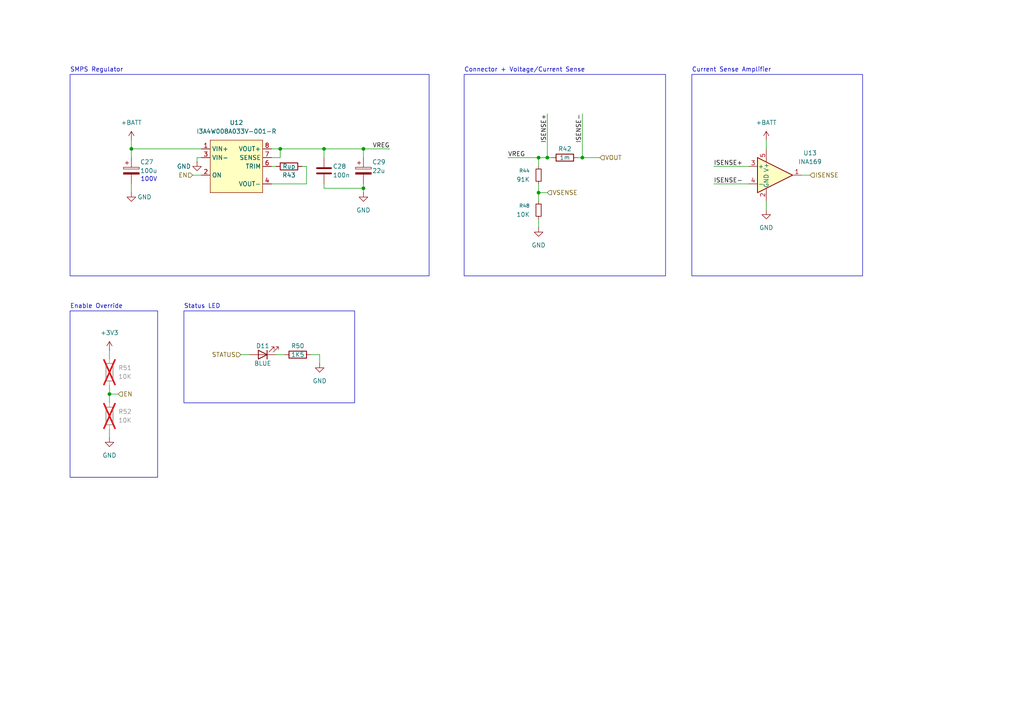
<source format=kicad_sch>
(kicad_sch (version 20250114) (generator "eeschema") (generator_version "9.0")
  (paper "A4")
  (lib_symbols
    (symbol "Amplifier_Current:INA169" (pin_names (offset 0.127))
      (property "Reference" "U" (at 3.81 5.08 0))
      (property "Value" "INA169" (at 3.81 2.54 0))
      (symbol "INA169_0_1"
        (polyline (pts (xy -5.08 5.08) (xy 5.08 0) (xy -5.08 -5.08) (xy -5.08 5.08)) (stroke (width 0.254)) (fill (type background)))
      )
      (symbol "INA169_1_1"
        (pin input line (at -7.62 2.54 0) (length 2.54) (name "+") (number "3"))
        (pin input line (at -7.62 -2.54 0) (length 2.54) (name "-") (number "4"))
        (pin power_in line (at -2.54 7.62 270) (length 3.81) (name "V+") (number "5"))
        (pin power_in line (at -2.54 -7.62 90) (length 3.81) (name "GND") (number "2"))
        (pin output line (at 7.62 0 180) (length 2.54) (name "~") (number "1"))
      )
    )
    (symbol "Device:C" (pin_numbers (hide yes)) (pin_names (offset 0.254))
      (property "Reference" "C" (at 0.635 2.54 0))
      (property "Value" "C" (at 0.635 -2.54 0))
      (symbol "C_0_1"
        (polyline (pts (xy -2.032 0.762) (xy 2.032 0.762)) (stroke (width 0.508)))
        (polyline (pts (xy -2.032 -0.762) (xy 2.032 -0.762)) (stroke (width 0.508)))
      )
      (symbol "C_1_1"
        (pin passive line (at 0 3.81 270) (length 2.794) (name "~") (number "1"))
        (pin passive line (at 0 -3.81 90) (length 2.794) (name "~") (number "2"))
      )
    )
    (symbol "Device:C_Polarized" (pin_numbers (hide yes)) (pin_names (offset 0.254))
      (property "Reference" "C" (at 0.635 2.54 0))
      (property "Value" "C_Polarized" (at 0.635 -2.54 0))
      (symbol "C_Polarized_0_1"
        (rectangle (start -2.286 0.508) (end 2.286 1.016))
        (polyline (pts (xy -1.778 2.286) (xy -0.762 2.286)))
        (polyline (pts (xy -1.27 2.794) (xy -1.27 1.778)))
        (rectangle (start 2.286 -0.508) (end -2.286 -1.016) (fill (type outline)))
      )
      (symbol "C_Polarized_1_1"
        (pin passive line (at 0 3.81 270) (length 2.794) (name "~") (number "1"))
        (pin passive line (at 0 -3.81 90) (length 2.794) (name "~") (number "2"))
      )
    )
    (symbol "Device:LED" (pin_numbers (hide yes)) (pin_names (offset 1.016) (hide yes))
      (property "Reference" "D" (at 0 2.54 0))
      (property "Value" "LED" (at 0 -2.54 0))
      (symbol "LED_0_1"
        (polyline (pts (xy -3.048 -0.762) (xy -4.572 -2.286) (xy -3.81 -2.286) (xy -4.572 -2.286) (xy -4.572 -1.524)))
        (polyline (pts (xy -1.778 -0.762) (xy -3.302 -2.286) (xy -2.54 -2.286) (xy -3.302 -2.286) (xy -3.302 -1.524)))
        (polyline (pts (xy -1.27 0) (xy 1.27 0)))
        (polyline (pts (xy -1.27 -1.27) (xy -1.27 1.27)) (stroke (width 0.254)))
        (polyline (pts (xy 1.27 -1.27) (xy 1.27 1.27) (xy -1.27 0) (xy 1.27 -1.27)) (stroke (width 0.254)))
      )
      (symbol "LED_1_1"
        (pin passive line (at -3.81 0 0) (length 2.54) (name "K") (number "1"))
        (pin passive line (at 3.81 0 180) (length 2.54) (name "A") (number "2"))
      )
    )
    (symbol "Device:R" (pin_numbers (hide yes)) (pin_names (offset 0))
      (property "Reference" "R" (at 2.032 0 90))
      (property "Value" "R" (at 0 0 90))
      (symbol "R_0_1"
        (rectangle (start -1.016 -2.54) (end 1.016 2.54) (stroke (width 0.254)))
      )
      (symbol "R_1_1"
        (pin passive line (at 0 3.81 270) (length 1.27) (name "~") (number "1"))
        (pin passive line (at 0 -3.81 90) (length 1.27) (name "~") (number "2"))
      )
    )
    (symbol "Device:R_Small" (pin_numbers (hide yes)) (pin_names (offset 0.254) (hide yes))
      (property "Reference" "R" (at 0 0 90))
      (property "Value" "R_Small" (at 1.778 0 90))
      (symbol "R_Small_0_1"
        (rectangle (start -0.762 1.778) (end 0.762 -1.778) (stroke (width 0.2032)))
      )
      (symbol "R_Small_1_1"
        (pin passive line (at 0 2.54 270) (length 0.762) (name "~") (number "1"))
        (pin passive line (at 0 -2.54 90) (length 0.762) (name "~") (number "2"))
      )
    )
    (symbol "Regulator_Switching_Extra:I3A4W008A033V"
      (property "Reference" "U" (at 0 10.414 0))
      (property "Value" "I3A4W008A033V" (at 0 8.636 0))
      (symbol "I3A4W008A033V_1_1"
        (rectangle (start -7.62 7.62) (end 7.62 -7.62) (fill (type background)))
        (pin power_in line (at -10.16 5.08 0) (length 2.54) (name "VIN+") (number "1"))
        (pin power_in line (at -10.16 2.54 0) (length 2.54) (name "VIN-") (number "3"))
        (pin input line (at -10.16 -2.54 0) (length 2.54) (name "ON") (number "2"))
        (pin no_connect line (at -10.16 -5.08 0) (length 2.54) (hide yes) (name "PG") (number "5"))
        (pin power_out line (at 10.16 5.08 180) (length 2.54) (name "VOUT+") (number "8"))
        (pin input line (at 10.16 2.54 180) (length 2.54) (name "SENSE") (number "7"))
        (pin input line (at 10.16 0 180) (length 2.54) (name "TRIM") (number "6"))
        (pin power_out line (at 10.16 -5.08 180) (length 2.54) (name "VOUT-") (number "4"))
      )
    )
    (symbol "power:+3V3" (power) (pin_numbers (hide yes)) (pin_names (offset 0) (hide yes))
      (property "Value" "+3V3" (at 0 3.556 0))
      (symbol "+3V3_0_1"
        (polyline (pts (xy -0.762 1.27) (xy 0 2.54)))
        (polyline (pts (xy 0 2.54) (xy 0.762 1.27)))
        (polyline (pts (xy 0 0) (xy 0 2.54)))
      )
      (symbol "+3V3_1_1"
        (pin power_in line (at 0 0 90) (length 0) (name "~") (number "1"))
      )
    )
    (symbol "power:+BATT" (power) (pin_numbers (hide yes)) (pin_names (offset 0) (hide yes))
      (property "Value" "+BATT" (at 0 3.556 0))
      (symbol "+BATT_0_1"
        (polyline (pts (xy -0.762 1.27) (xy 0 2.54)))
        (polyline (pts (xy 0 2.54) (xy 0.762 1.27)))
        (polyline (pts (xy 0 0) (xy 0 2.54)))
      )
      (symbol "+BATT_1_1"
        (pin power_in line (at 0 0 90) (length 0) (name "~") (number "1"))
      )
    )
    (symbol "power:GND" (power) (pin_numbers (hide yes)) (pin_names (offset 0) (hide yes))
      (property "Value" "GND" (at 0 -3.81 0))
      (symbol "GND_0_1"
        (polyline (pts (xy 0 0) (xy 0 -1.27) (xy 1.27 -1.27) (xy 0 -2.54) (xy -1.27 -1.27) (xy 0 -1.27)))
      )
      (symbol "GND_1_1"
        (pin power_in line (at 0 0 270) (length 0) (name "~") (number "1"))
      )
    )
  )
  (rectangle (start 53.34 90.17) (end 102.87 116.84))
  (rectangle (start 20.32 21.59) (end 124.46 80.01))
  (rectangle (start 200.66 21.59) (end 250.19 80.01))
  (rectangle (start 134.62 21.59) (end 193.04 80.01))
  (rectangle (start 20.32 90.17) (end 45.72 138.43))
  (text "Enable Override" (at 20.32 88.9 0) (effects (font (size 1.27 1.27)) (justify left)))
  (text "SMPS Regulator" (at 20.32 20.32 0) (effects (font (size 1.27 1.27)) (justify left)))
  (text "Current Sense Amplifier" (at 200.66 20.32 0) (effects (font (size 1.27 1.27)) (justify left)))
  (text "Status LED" (at 53.34 88.9 0) (effects (font (size 1.27 1.27)) (justify left)))
  (text "Connector + Voltage/Current Sense" (at 134.62 20.32 0) (effects (font (size 1.27 1.27)) (justify left)))
  (text "100V" (at 43.18 52.07 0) (effects (font (size 1.27 1.27))))
  (junction (at 105.41 54.61))
  (junction (at 81.28 43.18))
  (junction (at 168.91 45.72))
  (junction (at 105.41 43.18))
  (junction (at 156.21 55.88))
  (junction (at 158.75 45.72))
  (junction (at 31.75 114.3))
  (junction (at 38.1 43.18))
  (junction (at 93.98 43.18))
  (junction (at 156.21 45.72))
  (wire (pts (xy 222.25 58.42) (xy 222.25 60.96)))
  (wire (pts (xy 156.21 45.72) (xy 158.75 45.72)))
  (wire (pts (xy 222.25 40.64) (xy 222.25 43.18)))
  (wire (pts (xy 69.85 102.87) (xy 72.39 102.87)))
  (wire (pts (xy 31.75 101.6) (xy 31.75 104.14)))
  (wire (pts (xy 31.75 124.46) (xy 31.75 127)))
  (wire (pts (xy 31.75 111.76) (xy 31.75 114.3)))
  (wire (pts (xy 158.75 45.72) (xy 160.02 45.72)))
  (wire (pts (xy 38.1 43.18) (xy 58.42 43.18)))
  (wire (pts (xy 78.74 48.26) (xy 80.01 48.26)))
  (wire (pts (xy 93.98 43.18) (xy 93.98 45.72)))
  (wire (pts (xy 105.41 53.34) (xy 105.41 54.61)))
  (wire (pts (xy 93.98 43.18) (xy 81.28 43.18)))
  (wire (pts (xy 31.75 114.3) (xy 31.75 116.84)))
  (wire (pts (xy 158.75 33.02) (xy 158.75 45.72)))
  (wire (pts (xy 38.1 53.34) (xy 38.1 55.88)))
  (wire (pts (xy 81.28 43.18) (xy 78.74 43.18)))
  (wire (pts (xy 88.9 48.26) (xy 88.9 53.34)))
  (wire (pts (xy 78.74 45.72) (xy 81.28 45.72)))
  (wire (pts (xy 92.71 102.87) (xy 92.71 105.41)))
  (wire (pts (xy 105.41 54.61) (xy 93.98 54.61)))
  (wire (pts (xy 113.03 43.18) (xy 105.41 43.18)))
  (wire (pts (xy 55.88 50.8) (xy 58.42 50.8)))
  (wire (pts (xy 156.21 45.72) (xy 156.21 48.26)))
  (wire (pts (xy 156.21 53.34) (xy 156.21 55.88)))
  (wire (pts (xy 207.01 53.34) (xy 217.17 53.34)))
  (wire (pts (xy 156.21 63.5) (xy 156.21 66.04)))
  (wire (pts (xy 167.64 45.72) (xy 168.91 45.72)))
  (wire (pts (xy 105.41 43.18) (xy 105.41 45.72)))
  (wire (pts (xy 90.17 102.87) (xy 92.71 102.87)))
  (wire (pts (xy 168.91 45.72) (xy 173.99 45.72)))
  (wire (pts (xy 58.42 45.72) (xy 57.15 45.72)))
  (wire (pts (xy 31.75 114.3) (xy 34.29 114.3)))
  (wire (pts (xy 147.32 45.72) (xy 156.21 45.72)))
  (wire (pts (xy 81.28 45.72) (xy 81.28 43.18)))
  (wire (pts (xy 57.15 45.72) (xy 57.15 46.99)))
  (wire (pts (xy 156.21 55.88) (xy 156.21 58.42)))
  (wire (pts (xy 105.41 54.61) (xy 105.41 55.88)))
  (wire (pts (xy 207.01 48.26) (xy 217.17 48.26)))
  (wire (pts (xy 93.98 54.61) (xy 93.98 53.34)))
  (wire (pts (xy 87.63 48.26) (xy 88.9 48.26)))
  (wire (pts (xy 38.1 40.64) (xy 38.1 43.18)))
  (wire (pts (xy 105.41 43.18) (xy 93.98 43.18)))
  (wire (pts (xy 156.21 55.88) (xy 158.75 55.88)))
  (wire (pts (xy 232.41 50.8) (xy 234.95 50.8)))
  (wire (pts (xy 38.1 43.18) (xy 38.1 45.72)))
  (wire (pts (xy 80.01 102.87) (xy 82.55 102.87)))
  (wire (pts (xy 78.74 53.34) (xy 88.9 53.34)))
  (wire (pts (xy 168.91 33.02) (xy 168.91 45.72)))
  (label "ISENSE-" (at 168.91 33.02 270))
  (label "ISENSE-" (at 207.01 53.34 0))
  (label "ISENSE+" (at 158.75 33.02 270))
  (label "VREG" (at 113.03 43.18 180))
  (label "VREG" (at 147.32 45.72 0))
  (label "ISENSE+" (at 207.01 48.26 0))
  (hierarchical_label "EN" (shape input) (at 34.29 114.3 0))
  (hierarchical_label "ISENSE" (shape input) (at 234.95 50.8 0))
  (hierarchical_label "VOUT" (shape input) (at 173.99 45.72 0))
  (hierarchical_label "STATUS" (shape input) (at 69.85 102.87 180))
  (hierarchical_label "VSENSE" (shape input) (at 158.75 55.88 0))
  (hierarchical_label "EN" (shape input) (at 55.88 50.8 180))
  (symbol (lib_id "power:+BATT") (at 38.1 40.64 0) (unit 1)
    (property "Reference" "#PWR071" (effects (hide yes)))
    (property "Value" "+BATT" (at 38.1 35.56 0))
    (property "Description" "Power symbol creates a global label with name \"+BATT\"" (effects (hide yes)))
  )
  (symbol (lib_id "Regulator_Switching_Extra:I3A4W008A033V") (at 68.58 48.26 0) (unit 1)
    (property "Reference" "U12" (at 68.58 35.56 0))
    (property "Value" "I3A4W008A033V-001-R" (at 68.58 38.1 0))
    (property "Footprint" "I3A4W008A033V-001-R:CONV_I3A4W008A033V-001-R" (effects (hide yes)))
    (property "Datasheet" "https://product.tdk.com/system/files/dam/doc/product/power/switching-power/dc-dc-converter/catalog/i3a_e.pdf" (effects (hide yes)))
    (property "Description" "Non-Isolated PoL Module DC DC Converter 1 Output 3.3 ~ 16.5V 8A 9V - 53V Input" (effects (hide yes)))
  )
  (symbol (lib_id "Device:C") (at 93.98 49.53 0) (unit 1)
    (property "Reference" "C28" (at 96.52 48.26 0) (effects (justify left)))
    (property "Value" "100n" (at 96.52 50.8 0) (effects (justify left)))
    (property "Footprint" "Capacitor_SMD:C_0805_2012Metric" (effects (hide yes)))
    (property "Description" "Unpolarized capacitor" (effects (hide yes)))
  )
  (symbol (lib_id "Device:R") (at 163.83 45.72 90) (unit 1)
    (property "Reference" "R42" (at 163.83 43.18 90))
    (property "Value" "1m" (at 163.83 45.72 90))
    (property "Footprint" "Resistor_SMD:R_1206_3216Metric" (effects (hide yes)))
    (property "Description" "Resistor" (effects (hide yes)))
  )
  (symbol (lib_id "Device:R") (at 31.75 107.95 0) (unit 1) (dnp yes)
    (property "Reference" "R51" (at 34.29 106.6799 0) (effects (justify left)))
    (property "Value" "10K" (at 34.29 109.2199 0) (effects (justify left)))
    (property "Footprint" "Resistor_SMD:R_0603_1608Metric" (effects (hide yes)))
    (property "Description" "Resistor" (effects (hide yes)))
  )
  (symbol (lib_id "Amplifier_Current:INA169") (at 224.79 50.8 0) (unit 1)
    (property "Reference" "U13" (at 234.95 44.3798 0))
    (property "Value" "INA169" (at 234.95 46.9198 0))
    (property "Footprint" "Package_TO_SOT_SMD:SOT-23-5" (effects (hide yes)))
    (property "Datasheet" "http://www.ti.com/lit/ds/symlink/ina169.pdf" (effects (hide yes)))
    (property "Description" "High-Side Measurement Current Shunt Monitor, 60V, SOT-23-5" (effects (hide yes)))
  )
  (symbol (lib_id "power:GND") (at 38.1 55.88 0) (unit 1)
    (property "Reference" "#PWR083" (effects (hide yes)))
    (property "Value" "GND" (at 41.91 57.15 0))
    (property "Description" "Power symbol creates a global label with name \"GND\" , ground" (effects (hide yes)))
  )
  (symbol (lib_id "Device:R") (at 86.36 102.87 90) (unit 1)
    (property "Reference" "R50" (at 86.36 100.33 90))
    (property "Value" "1K5" (at 86.36 102.87 90))
    (property "Footprint" "Resistor_SMD:R_0402_1005Metric" (effects (hide yes)))
    (property "Description" "Resistor" (effects (hide yes)))
  )
  (symbol (lib_id "Device:LED") (at 76.2 102.87 180) (unit 1)
    (property "Reference" "D11" (at 76.2 100.33 0))
    (property "Value" "BLUE" (at 76.2 105.41 0))
    (property "Footprint" "LED_SMD:LED_0603_1608Metric" (effects (hide yes)))
    (property "Description" "Light emitting diode" (effects (hide yes)))
    (property "Sim.Pins" "1=K 2=A" (effects (hide yes)))
  )
  (symbol (lib_id "Device:R_Small") (at 156.21 60.96 0) (mirror y) (unit 1)
    (property "Reference" "R48" (at 153.67 59.6899 0) (effects (font (size 1.016 1.016)) (justify left)))
    (property "Value" "10K" (at 153.67 62.2299 0) (effects (justify left)))
    (property "Footprint" "Resistor_SMD:R_0603_1608Metric" (effects (hide yes)))
    (property "Description" "Resistor, small symbol" (effects (hide yes)))
  )
  (symbol (lib_id "power:GND") (at 156.21 66.04 0) (unit 1)
    (property "Reference" "#PWR089" (effects (hide yes)))
    (property "Value" "GND" (at 156.21 71.12 0))
    (property "Description" "Power symbol creates a global label with name \"GND\" , ground" (effects (hide yes)))
  )
  (symbol (lib_id "power:GND") (at 92.71 105.41 0) (unit 1)
    (property "Reference" "#PWR092" (effects (hide yes)))
    (property "Value" "GND" (at 92.71 110.49 0))
    (property "Description" "Power symbol creates a global label with name \"GND\" , ground" (effects (hide yes)))
  )
  (symbol (lib_id "power:GND") (at 31.75 127 0) (unit 1)
    (property "Reference" "#PWR093" (effects (hide yes)))
    (property "Value" "GND" (at 31.75 132.08 0))
    (property "Description" "Power symbol creates a global label with name \"GND\" , ground" (effects (hide yes)))
  )
  (symbol (lib_id "power:GND") (at 57.15 46.99 0) (unit 1)
    (property "Reference" "#PWR077" (effects (hide yes)))
    (property "Value" "GND" (at 53.34 48.26 0))
    (property "Description" "Power symbol creates a global label with name \"GND\" , ground" (effects (hide yes)))
  )
  (symbol (lib_id "Device:R") (at 31.75 120.65 0) (unit 1) (dnp yes)
    (property "Reference" "R52" (at 34.29 119.3799 0) (effects (justify left)))
    (property "Value" "10K" (at 34.29 121.9199 0) (effects (justify left)))
    (property "Footprint" "Resistor_SMD:R_0603_1608Metric" (effects (hide yes)))
    (property "Description" "Resistor" (effects (hide yes)))
  )
  (symbol (lib_id "power:GND") (at 105.41 55.88 0) (unit 1)
    (property "Reference" "#PWR084" (effects (hide yes)))
    (property "Value" "GND" (at 105.41 60.96 0))
    (property "Description" "Power symbol creates a global label with name \"GND\" , ground" (effects (hide yes)))
  )
  (symbol (lib_id "Device:C_Polarized") (at 38.1 49.53 0) (unit 1)
    (property "Reference" "C27" (at 40.64 46.99 0) (effects (justify left)))
    (property "Value" "100u" (at 40.64 49.53 0) (effects (justify left)))
    (property "Footprint" "Capacitor_SMD:C_1206_3216Metric" (effects (hide yes)))
    (property "Description" "Polarized capacitor" (effects (hide yes)))
  )
  (symbol (lib_id "Device:R") (at 83.82 48.26 90) (unit 1)
    (property "Reference" "R43" (at 83.82 50.8 90))
    (property "Value" "Rup" (at 83.82 48.26 90))
    (property "Footprint" "Resistor_SMD:R_0603_1608Metric" (effects (hide yes)))
    (property "Description" "Resistor" (effects (hide yes)))
  )
  (symbol (lib_id "power:+BATT") (at 222.25 40.64 0) (unit 1)
    (property "Reference" "#PWR072" (effects (hide yes)))
    (property "Value" "+BATT" (at 222.25 35.56 0))
    (property "Description" "Power symbol creates a global label with name \"+BATT\"" (effects (hide yes)))
  )
  (symbol (lib_id "Device:C_Polarized") (at 105.41 49.53 0) (unit 1)
    (property "Reference" "C29" (at 107.95 46.99 0) (effects (justify left)))
    (property "Value" "22u" (at 107.95 49.53 0) (effects (justify left)))
    (property "Footprint" "Capacitor_SMD:C_0805_2012Metric" (effects (hide yes)))
    (property "Description" "Polarized capacitor" (effects (hide yes)))
  )
  (symbol (lib_id "power:GND") (at 222.25 60.96 0) (unit 1)
    (property "Reference" "#PWR087" (effects (hide yes)))
    (property "Value" "GND" (at 222.25 66.04 0))
    (property "Description" "Power symbol creates a global label with name \"GND\" , ground" (effects (hide yes)))
  )
  (symbol (lib_id "Device:R_Small") (at 156.21 50.8 0) (mirror y) (unit 1)
    (property "Reference" "R44" (at 153.67 49.5299 0) (effects (font (size 1.016 1.016)) (justify left)))
    (property "Value" "91K" (at 153.67 52.0699 0) (effects (justify left)))
    (property "Footprint" "Resistor_SMD:R_0402_1005Metric" (effects (hide yes)))
    (property "Description" "Resistor, small symbol" (effects (hide yes)))
  )
  (symbol (lib_id "power:+3V3") (at 31.75 101.6 0) (unit 1)
    (property "Reference" "#PWR091" (effects (hide yes)))
    (property "Value" "+3V3" (at 31.75 96.52 0))
    (property "Description" "Power symbol creates a global label with name \"+3V3\"" (effects (hide yes)))
  )
)
</source>
